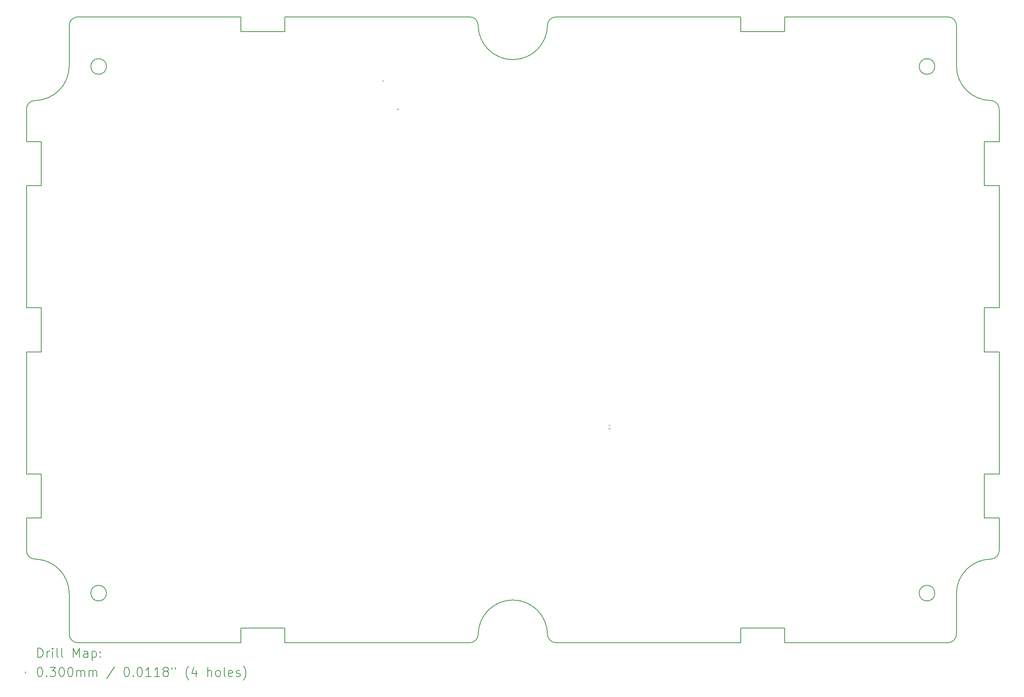
<source format=gbr>
%TF.GenerationSoftware,KiCad,Pcbnew,8.0.2*%
%TF.CreationDate,2024-05-08T16:37:34-06:00*%
%TF.ProjectId,GR-LRR-CONTROL,47522d4c-5252-42d4-934f-4e54524f4c2e,rev?*%
%TF.SameCoordinates,Original*%
%TF.FileFunction,Drillmap*%
%TF.FilePolarity,Positive*%
%FSLAX45Y45*%
G04 Gerber Fmt 4.5, Leading zero omitted, Abs format (unit mm)*
G04 Created by KiCad (PCBNEW 8.0.2) date 2024-05-08 16:37:34*
%MOMM*%
%LPD*%
G01*
G04 APERTURE LIST*
%ADD10C,0.200000*%
%ADD11C,0.100000*%
G04 APERTURE END LIST*
D10*
X25475719Y-19384532D02*
G75*
G02*
X25286967Y-19573279I-188749J2D01*
G01*
X6802117Y-6902972D02*
G75*
G02*
X6459217Y-6902972I-171450J0D01*
G01*
X6459217Y-6902972D02*
G75*
G02*
X6802117Y-6902972I171450J0D01*
G01*
X26415519Y-9525004D02*
X26091194Y-9525004D01*
X5044916Y-13175634D02*
X5044916Y-15860801D01*
X26091194Y-13175634D02*
X26091194Y-12210171D01*
X5044916Y-7840182D02*
G75*
G02*
X5231649Y-7651437I188754J3D01*
G01*
X5044916Y-15860801D02*
X5369241Y-15860801D01*
X20740236Y-5812521D02*
X16680123Y-5812521D01*
X9754736Y-19248959D02*
X10720199Y-19248959D01*
X5984716Y-6001272D02*
X5984716Y-6890272D01*
X5369241Y-16826264D02*
X5044916Y-16826264D01*
X6173468Y-19573284D02*
G75*
G02*
X5984716Y-19384532I2J188754D01*
G01*
X25001217Y-18482833D02*
G75*
G02*
X24658317Y-18482833I-171450J0D01*
G01*
X24658317Y-18482833D02*
G75*
G02*
X25001217Y-18482833I171450J0D01*
G01*
X6173468Y-19573284D02*
X9754736Y-19573284D01*
X20740236Y-6136846D02*
X20740236Y-5812521D01*
X5369241Y-9525004D02*
X5044916Y-9525004D01*
X5369241Y-12210171D02*
X5369241Y-13175634D01*
X26415519Y-17545627D02*
G75*
G02*
X26228786Y-17734368I-188759J7D01*
G01*
X10720199Y-19573284D02*
X14780312Y-19573284D01*
X5044916Y-16826264D02*
X5044916Y-17545627D01*
X10720199Y-19248959D02*
X10720199Y-19573284D01*
X26415519Y-15860801D02*
X26415519Y-13175634D01*
X5044916Y-9525004D02*
X5044916Y-12210171D01*
X26415519Y-8559541D02*
X26415519Y-7840178D01*
X26091194Y-12210171D02*
X26415519Y-12210171D01*
X5369241Y-13175634D02*
X5044916Y-13175634D01*
X10720199Y-5812521D02*
X10720199Y-6136846D01*
X26091194Y-15860801D02*
X26415519Y-15860801D01*
X26415519Y-13175634D02*
X26091194Y-13175634D01*
X25475719Y-18495533D02*
G75*
G02*
X26228786Y-17734363I761211J3D01*
G01*
X5984716Y-6001272D02*
G75*
G02*
X6173467Y-5812516I188754J3D01*
G01*
X5984716Y-6890272D02*
G75*
G02*
X5231649Y-7651437I-761208J-1D01*
G01*
X26415519Y-16826264D02*
X26091194Y-16826264D01*
X9754736Y-19573284D02*
X9754736Y-19248959D01*
X9754736Y-5812521D02*
X6173467Y-5812521D01*
X25286967Y-5812521D02*
G75*
G02*
X25475719Y-6001272I3J-188749D01*
G01*
X16491382Y-5999254D02*
G75*
G02*
X16680123Y-5812521I188748J-2026D01*
G01*
X25001217Y-6902972D02*
G75*
G02*
X24658317Y-6902972I-171450J0D01*
G01*
X24658317Y-6902972D02*
G75*
G02*
X25001217Y-6902972I171450J0D01*
G01*
X26228786Y-7651437D02*
G75*
G02*
X26415513Y-7840178I-2026J-188743D01*
G01*
X25475719Y-19384532D02*
X25475719Y-18495533D01*
X16680123Y-19573284D02*
G75*
G02*
X16491387Y-19386551I7J188754D01*
G01*
X26091194Y-8559541D02*
X26415519Y-8559541D01*
X21705699Y-6136846D02*
X20740236Y-6136846D01*
X9754736Y-6136846D02*
X9754736Y-5812521D01*
X14780307Y-5812521D02*
G75*
G02*
X14969048Y-5999254I-8J-188759D01*
G01*
X21705699Y-5812521D02*
X21705699Y-6136846D01*
X25286967Y-5812521D02*
X21705699Y-5812521D01*
X25475719Y-6890272D02*
X25475719Y-6001272D01*
X5231649Y-17734368D02*
G75*
G02*
X5044922Y-17545627I2021J188738D01*
G01*
X10720199Y-6136846D02*
X9754736Y-6136846D01*
X5044916Y-7840182D02*
X5044916Y-8559541D01*
X5984716Y-18495533D02*
X5984716Y-19384532D01*
X5044916Y-12210171D02*
X5369241Y-12210171D01*
X26415519Y-17545627D02*
X26415519Y-16826264D01*
X26228786Y-7651437D02*
G75*
G02*
X25475719Y-6890272I8144J761167D01*
G01*
X16491382Y-5999254D02*
G75*
G02*
X14969053Y-5999254I-761165J8141D01*
G01*
X14969053Y-19386551D02*
G75*
G02*
X16491382Y-19386551I761165J-8141D01*
G01*
X26091194Y-16826264D02*
X26091194Y-15860801D01*
X16680123Y-19573284D02*
X20740236Y-19573284D01*
X21705699Y-19573284D02*
X25286967Y-19573284D01*
X5369241Y-15860801D02*
X5369241Y-16826264D01*
X14969053Y-19386551D02*
G75*
G02*
X14780312Y-19573293I-188743J2011D01*
G01*
X5044916Y-8559541D02*
X5369241Y-8559541D01*
X5231649Y-17734368D02*
G75*
G02*
X5984716Y-18495533I-8139J-761162D01*
G01*
X5369241Y-8559541D02*
X5369241Y-9525004D01*
X20740236Y-19248959D02*
X21705699Y-19248959D01*
X14780307Y-5812521D02*
X10720199Y-5812521D01*
X20740236Y-19573284D02*
X20740236Y-19248959D01*
X26091194Y-9525004D02*
X26091194Y-8559541D01*
X26415519Y-12210171D02*
X26415519Y-9525004D01*
X21705699Y-19248959D02*
X21705699Y-19573284D01*
X6802117Y-18482833D02*
G75*
G02*
X6459217Y-18482833I-171450J0D01*
G01*
X6459217Y-18482833D02*
G75*
G02*
X6802117Y-18482833I171450J0D01*
G01*
D11*
X12865000Y-7205000D02*
X12895000Y-7235000D01*
X12895000Y-7205000D02*
X12865000Y-7235000D01*
X13185000Y-7825000D02*
X13215000Y-7855000D01*
X13215000Y-7825000D02*
X13185000Y-7855000D01*
X17835000Y-14772000D02*
X17865000Y-14802000D01*
X17865000Y-14772000D02*
X17835000Y-14802000D01*
X17835000Y-14845000D02*
X17865000Y-14875000D01*
X17865000Y-14845000D02*
X17835000Y-14875000D01*
D10*
X5295693Y-19894768D02*
X5295693Y-19694768D01*
X5295693Y-19694768D02*
X5343312Y-19694768D01*
X5343312Y-19694768D02*
X5371883Y-19704292D01*
X5371883Y-19704292D02*
X5390931Y-19723339D01*
X5390931Y-19723339D02*
X5400455Y-19742387D01*
X5400455Y-19742387D02*
X5409978Y-19780482D01*
X5409978Y-19780482D02*
X5409978Y-19809054D01*
X5409978Y-19809054D02*
X5400455Y-19847149D01*
X5400455Y-19847149D02*
X5390931Y-19866196D01*
X5390931Y-19866196D02*
X5371883Y-19885244D01*
X5371883Y-19885244D02*
X5343312Y-19894768D01*
X5343312Y-19894768D02*
X5295693Y-19894768D01*
X5495693Y-19894768D02*
X5495693Y-19761435D01*
X5495693Y-19799530D02*
X5505217Y-19780482D01*
X5505217Y-19780482D02*
X5514740Y-19770958D01*
X5514740Y-19770958D02*
X5533788Y-19761435D01*
X5533788Y-19761435D02*
X5552836Y-19761435D01*
X5619502Y-19894768D02*
X5619502Y-19761435D01*
X5619502Y-19694768D02*
X5609978Y-19704292D01*
X5609978Y-19704292D02*
X5619502Y-19713816D01*
X5619502Y-19713816D02*
X5629026Y-19704292D01*
X5629026Y-19704292D02*
X5619502Y-19694768D01*
X5619502Y-19694768D02*
X5619502Y-19713816D01*
X5743312Y-19894768D02*
X5724264Y-19885244D01*
X5724264Y-19885244D02*
X5714740Y-19866196D01*
X5714740Y-19866196D02*
X5714740Y-19694768D01*
X5848074Y-19894768D02*
X5829026Y-19885244D01*
X5829026Y-19885244D02*
X5819502Y-19866196D01*
X5819502Y-19866196D02*
X5819502Y-19694768D01*
X6076645Y-19894768D02*
X6076645Y-19694768D01*
X6076645Y-19694768D02*
X6143312Y-19837625D01*
X6143312Y-19837625D02*
X6209978Y-19694768D01*
X6209978Y-19694768D02*
X6209978Y-19894768D01*
X6390931Y-19894768D02*
X6390931Y-19790006D01*
X6390931Y-19790006D02*
X6381407Y-19770958D01*
X6381407Y-19770958D02*
X6362359Y-19761435D01*
X6362359Y-19761435D02*
X6324264Y-19761435D01*
X6324264Y-19761435D02*
X6305216Y-19770958D01*
X6390931Y-19885244D02*
X6371883Y-19894768D01*
X6371883Y-19894768D02*
X6324264Y-19894768D01*
X6324264Y-19894768D02*
X6305216Y-19885244D01*
X6305216Y-19885244D02*
X6295693Y-19866196D01*
X6295693Y-19866196D02*
X6295693Y-19847149D01*
X6295693Y-19847149D02*
X6305216Y-19828101D01*
X6305216Y-19828101D02*
X6324264Y-19818577D01*
X6324264Y-19818577D02*
X6371883Y-19818577D01*
X6371883Y-19818577D02*
X6390931Y-19809054D01*
X6486169Y-19761435D02*
X6486169Y-19961435D01*
X6486169Y-19770958D02*
X6505216Y-19761435D01*
X6505216Y-19761435D02*
X6543312Y-19761435D01*
X6543312Y-19761435D02*
X6562359Y-19770958D01*
X6562359Y-19770958D02*
X6571883Y-19780482D01*
X6571883Y-19780482D02*
X6581407Y-19799530D01*
X6581407Y-19799530D02*
X6581407Y-19856673D01*
X6581407Y-19856673D02*
X6571883Y-19875720D01*
X6571883Y-19875720D02*
X6562359Y-19885244D01*
X6562359Y-19885244D02*
X6543312Y-19894768D01*
X6543312Y-19894768D02*
X6505216Y-19894768D01*
X6505216Y-19894768D02*
X6486169Y-19885244D01*
X6667121Y-19875720D02*
X6676645Y-19885244D01*
X6676645Y-19885244D02*
X6667121Y-19894768D01*
X6667121Y-19894768D02*
X6657597Y-19885244D01*
X6657597Y-19885244D02*
X6667121Y-19875720D01*
X6667121Y-19875720D02*
X6667121Y-19894768D01*
X6667121Y-19770958D02*
X6676645Y-19780482D01*
X6676645Y-19780482D02*
X6667121Y-19790006D01*
X6667121Y-19790006D02*
X6657597Y-19780482D01*
X6657597Y-19780482D02*
X6667121Y-19770958D01*
X6667121Y-19770958D02*
X6667121Y-19790006D01*
D11*
X5004916Y-20208284D02*
X5034916Y-20238284D01*
X5034916Y-20208284D02*
X5004916Y-20238284D01*
D10*
X5333788Y-20114768D02*
X5352836Y-20114768D01*
X5352836Y-20114768D02*
X5371883Y-20124292D01*
X5371883Y-20124292D02*
X5381407Y-20133816D01*
X5381407Y-20133816D02*
X5390931Y-20152863D01*
X5390931Y-20152863D02*
X5400455Y-20190958D01*
X5400455Y-20190958D02*
X5400455Y-20238577D01*
X5400455Y-20238577D02*
X5390931Y-20276673D01*
X5390931Y-20276673D02*
X5381407Y-20295720D01*
X5381407Y-20295720D02*
X5371883Y-20305244D01*
X5371883Y-20305244D02*
X5352836Y-20314768D01*
X5352836Y-20314768D02*
X5333788Y-20314768D01*
X5333788Y-20314768D02*
X5314740Y-20305244D01*
X5314740Y-20305244D02*
X5305217Y-20295720D01*
X5305217Y-20295720D02*
X5295693Y-20276673D01*
X5295693Y-20276673D02*
X5286169Y-20238577D01*
X5286169Y-20238577D02*
X5286169Y-20190958D01*
X5286169Y-20190958D02*
X5295693Y-20152863D01*
X5295693Y-20152863D02*
X5305217Y-20133816D01*
X5305217Y-20133816D02*
X5314740Y-20124292D01*
X5314740Y-20124292D02*
X5333788Y-20114768D01*
X5486169Y-20295720D02*
X5495693Y-20305244D01*
X5495693Y-20305244D02*
X5486169Y-20314768D01*
X5486169Y-20314768D02*
X5476645Y-20305244D01*
X5476645Y-20305244D02*
X5486169Y-20295720D01*
X5486169Y-20295720D02*
X5486169Y-20314768D01*
X5562359Y-20114768D02*
X5686169Y-20114768D01*
X5686169Y-20114768D02*
X5619502Y-20190958D01*
X5619502Y-20190958D02*
X5648074Y-20190958D01*
X5648074Y-20190958D02*
X5667121Y-20200482D01*
X5667121Y-20200482D02*
X5676645Y-20210006D01*
X5676645Y-20210006D02*
X5686169Y-20229054D01*
X5686169Y-20229054D02*
X5686169Y-20276673D01*
X5686169Y-20276673D02*
X5676645Y-20295720D01*
X5676645Y-20295720D02*
X5667121Y-20305244D01*
X5667121Y-20305244D02*
X5648074Y-20314768D01*
X5648074Y-20314768D02*
X5590931Y-20314768D01*
X5590931Y-20314768D02*
X5571883Y-20305244D01*
X5571883Y-20305244D02*
X5562359Y-20295720D01*
X5809978Y-20114768D02*
X5829026Y-20114768D01*
X5829026Y-20114768D02*
X5848074Y-20124292D01*
X5848074Y-20124292D02*
X5857597Y-20133816D01*
X5857597Y-20133816D02*
X5867121Y-20152863D01*
X5867121Y-20152863D02*
X5876645Y-20190958D01*
X5876645Y-20190958D02*
X5876645Y-20238577D01*
X5876645Y-20238577D02*
X5867121Y-20276673D01*
X5867121Y-20276673D02*
X5857597Y-20295720D01*
X5857597Y-20295720D02*
X5848074Y-20305244D01*
X5848074Y-20305244D02*
X5829026Y-20314768D01*
X5829026Y-20314768D02*
X5809978Y-20314768D01*
X5809978Y-20314768D02*
X5790931Y-20305244D01*
X5790931Y-20305244D02*
X5781407Y-20295720D01*
X5781407Y-20295720D02*
X5771883Y-20276673D01*
X5771883Y-20276673D02*
X5762359Y-20238577D01*
X5762359Y-20238577D02*
X5762359Y-20190958D01*
X5762359Y-20190958D02*
X5771883Y-20152863D01*
X5771883Y-20152863D02*
X5781407Y-20133816D01*
X5781407Y-20133816D02*
X5790931Y-20124292D01*
X5790931Y-20124292D02*
X5809978Y-20114768D01*
X6000455Y-20114768D02*
X6019502Y-20114768D01*
X6019502Y-20114768D02*
X6038550Y-20124292D01*
X6038550Y-20124292D02*
X6048074Y-20133816D01*
X6048074Y-20133816D02*
X6057597Y-20152863D01*
X6057597Y-20152863D02*
X6067121Y-20190958D01*
X6067121Y-20190958D02*
X6067121Y-20238577D01*
X6067121Y-20238577D02*
X6057597Y-20276673D01*
X6057597Y-20276673D02*
X6048074Y-20295720D01*
X6048074Y-20295720D02*
X6038550Y-20305244D01*
X6038550Y-20305244D02*
X6019502Y-20314768D01*
X6019502Y-20314768D02*
X6000455Y-20314768D01*
X6000455Y-20314768D02*
X5981407Y-20305244D01*
X5981407Y-20305244D02*
X5971883Y-20295720D01*
X5971883Y-20295720D02*
X5962359Y-20276673D01*
X5962359Y-20276673D02*
X5952836Y-20238577D01*
X5952836Y-20238577D02*
X5952836Y-20190958D01*
X5952836Y-20190958D02*
X5962359Y-20152863D01*
X5962359Y-20152863D02*
X5971883Y-20133816D01*
X5971883Y-20133816D02*
X5981407Y-20124292D01*
X5981407Y-20124292D02*
X6000455Y-20114768D01*
X6152836Y-20314768D02*
X6152836Y-20181435D01*
X6152836Y-20200482D02*
X6162359Y-20190958D01*
X6162359Y-20190958D02*
X6181407Y-20181435D01*
X6181407Y-20181435D02*
X6209978Y-20181435D01*
X6209978Y-20181435D02*
X6229026Y-20190958D01*
X6229026Y-20190958D02*
X6238550Y-20210006D01*
X6238550Y-20210006D02*
X6238550Y-20314768D01*
X6238550Y-20210006D02*
X6248074Y-20190958D01*
X6248074Y-20190958D02*
X6267121Y-20181435D01*
X6267121Y-20181435D02*
X6295693Y-20181435D01*
X6295693Y-20181435D02*
X6314740Y-20190958D01*
X6314740Y-20190958D02*
X6324264Y-20210006D01*
X6324264Y-20210006D02*
X6324264Y-20314768D01*
X6419502Y-20314768D02*
X6419502Y-20181435D01*
X6419502Y-20200482D02*
X6429026Y-20190958D01*
X6429026Y-20190958D02*
X6448074Y-20181435D01*
X6448074Y-20181435D02*
X6476645Y-20181435D01*
X6476645Y-20181435D02*
X6495693Y-20190958D01*
X6495693Y-20190958D02*
X6505217Y-20210006D01*
X6505217Y-20210006D02*
X6505217Y-20314768D01*
X6505217Y-20210006D02*
X6514740Y-20190958D01*
X6514740Y-20190958D02*
X6533788Y-20181435D01*
X6533788Y-20181435D02*
X6562359Y-20181435D01*
X6562359Y-20181435D02*
X6581407Y-20190958D01*
X6581407Y-20190958D02*
X6590931Y-20210006D01*
X6590931Y-20210006D02*
X6590931Y-20314768D01*
X6981407Y-20105244D02*
X6809979Y-20362387D01*
X7238550Y-20114768D02*
X7257598Y-20114768D01*
X7257598Y-20114768D02*
X7276645Y-20124292D01*
X7276645Y-20124292D02*
X7286169Y-20133816D01*
X7286169Y-20133816D02*
X7295693Y-20152863D01*
X7295693Y-20152863D02*
X7305217Y-20190958D01*
X7305217Y-20190958D02*
X7305217Y-20238577D01*
X7305217Y-20238577D02*
X7295693Y-20276673D01*
X7295693Y-20276673D02*
X7286169Y-20295720D01*
X7286169Y-20295720D02*
X7276645Y-20305244D01*
X7276645Y-20305244D02*
X7257598Y-20314768D01*
X7257598Y-20314768D02*
X7238550Y-20314768D01*
X7238550Y-20314768D02*
X7219502Y-20305244D01*
X7219502Y-20305244D02*
X7209979Y-20295720D01*
X7209979Y-20295720D02*
X7200455Y-20276673D01*
X7200455Y-20276673D02*
X7190931Y-20238577D01*
X7190931Y-20238577D02*
X7190931Y-20190958D01*
X7190931Y-20190958D02*
X7200455Y-20152863D01*
X7200455Y-20152863D02*
X7209979Y-20133816D01*
X7209979Y-20133816D02*
X7219502Y-20124292D01*
X7219502Y-20124292D02*
X7238550Y-20114768D01*
X7390931Y-20295720D02*
X7400455Y-20305244D01*
X7400455Y-20305244D02*
X7390931Y-20314768D01*
X7390931Y-20314768D02*
X7381407Y-20305244D01*
X7381407Y-20305244D02*
X7390931Y-20295720D01*
X7390931Y-20295720D02*
X7390931Y-20314768D01*
X7524264Y-20114768D02*
X7543312Y-20114768D01*
X7543312Y-20114768D02*
X7562360Y-20124292D01*
X7562360Y-20124292D02*
X7571883Y-20133816D01*
X7571883Y-20133816D02*
X7581407Y-20152863D01*
X7581407Y-20152863D02*
X7590931Y-20190958D01*
X7590931Y-20190958D02*
X7590931Y-20238577D01*
X7590931Y-20238577D02*
X7581407Y-20276673D01*
X7581407Y-20276673D02*
X7571883Y-20295720D01*
X7571883Y-20295720D02*
X7562360Y-20305244D01*
X7562360Y-20305244D02*
X7543312Y-20314768D01*
X7543312Y-20314768D02*
X7524264Y-20314768D01*
X7524264Y-20314768D02*
X7505217Y-20305244D01*
X7505217Y-20305244D02*
X7495693Y-20295720D01*
X7495693Y-20295720D02*
X7486169Y-20276673D01*
X7486169Y-20276673D02*
X7476645Y-20238577D01*
X7476645Y-20238577D02*
X7476645Y-20190958D01*
X7476645Y-20190958D02*
X7486169Y-20152863D01*
X7486169Y-20152863D02*
X7495693Y-20133816D01*
X7495693Y-20133816D02*
X7505217Y-20124292D01*
X7505217Y-20124292D02*
X7524264Y-20114768D01*
X7781407Y-20314768D02*
X7667121Y-20314768D01*
X7724264Y-20314768D02*
X7724264Y-20114768D01*
X7724264Y-20114768D02*
X7705217Y-20143339D01*
X7705217Y-20143339D02*
X7686169Y-20162387D01*
X7686169Y-20162387D02*
X7667121Y-20171911D01*
X7971883Y-20314768D02*
X7857598Y-20314768D01*
X7914740Y-20314768D02*
X7914740Y-20114768D01*
X7914740Y-20114768D02*
X7895693Y-20143339D01*
X7895693Y-20143339D02*
X7876645Y-20162387D01*
X7876645Y-20162387D02*
X7857598Y-20171911D01*
X8086169Y-20200482D02*
X8067121Y-20190958D01*
X8067121Y-20190958D02*
X8057598Y-20181435D01*
X8057598Y-20181435D02*
X8048074Y-20162387D01*
X8048074Y-20162387D02*
X8048074Y-20152863D01*
X8048074Y-20152863D02*
X8057598Y-20133816D01*
X8057598Y-20133816D02*
X8067121Y-20124292D01*
X8067121Y-20124292D02*
X8086169Y-20114768D01*
X8086169Y-20114768D02*
X8124264Y-20114768D01*
X8124264Y-20114768D02*
X8143312Y-20124292D01*
X8143312Y-20124292D02*
X8152836Y-20133816D01*
X8152836Y-20133816D02*
X8162360Y-20152863D01*
X8162360Y-20152863D02*
X8162360Y-20162387D01*
X8162360Y-20162387D02*
X8152836Y-20181435D01*
X8152836Y-20181435D02*
X8143312Y-20190958D01*
X8143312Y-20190958D02*
X8124264Y-20200482D01*
X8124264Y-20200482D02*
X8086169Y-20200482D01*
X8086169Y-20200482D02*
X8067121Y-20210006D01*
X8067121Y-20210006D02*
X8057598Y-20219530D01*
X8057598Y-20219530D02*
X8048074Y-20238577D01*
X8048074Y-20238577D02*
X8048074Y-20276673D01*
X8048074Y-20276673D02*
X8057598Y-20295720D01*
X8057598Y-20295720D02*
X8067121Y-20305244D01*
X8067121Y-20305244D02*
X8086169Y-20314768D01*
X8086169Y-20314768D02*
X8124264Y-20314768D01*
X8124264Y-20314768D02*
X8143312Y-20305244D01*
X8143312Y-20305244D02*
X8152836Y-20295720D01*
X8152836Y-20295720D02*
X8162360Y-20276673D01*
X8162360Y-20276673D02*
X8162360Y-20238577D01*
X8162360Y-20238577D02*
X8152836Y-20219530D01*
X8152836Y-20219530D02*
X8143312Y-20210006D01*
X8143312Y-20210006D02*
X8124264Y-20200482D01*
X8238550Y-20114768D02*
X8238550Y-20152863D01*
X8314741Y-20114768D02*
X8314741Y-20152863D01*
X8609979Y-20390958D02*
X8600455Y-20381435D01*
X8600455Y-20381435D02*
X8581407Y-20352863D01*
X8581407Y-20352863D02*
X8571884Y-20333816D01*
X8571884Y-20333816D02*
X8562360Y-20305244D01*
X8562360Y-20305244D02*
X8552836Y-20257625D01*
X8552836Y-20257625D02*
X8552836Y-20219530D01*
X8552836Y-20219530D02*
X8562360Y-20171911D01*
X8562360Y-20171911D02*
X8571884Y-20143339D01*
X8571884Y-20143339D02*
X8581407Y-20124292D01*
X8581407Y-20124292D02*
X8600455Y-20095720D01*
X8600455Y-20095720D02*
X8609979Y-20086196D01*
X8771884Y-20181435D02*
X8771884Y-20314768D01*
X8724264Y-20105244D02*
X8676645Y-20248101D01*
X8676645Y-20248101D02*
X8800455Y-20248101D01*
X9029026Y-20314768D02*
X9029026Y-20114768D01*
X9114741Y-20314768D02*
X9114741Y-20210006D01*
X9114741Y-20210006D02*
X9105217Y-20190958D01*
X9105217Y-20190958D02*
X9086169Y-20181435D01*
X9086169Y-20181435D02*
X9057598Y-20181435D01*
X9057598Y-20181435D02*
X9038550Y-20190958D01*
X9038550Y-20190958D02*
X9029026Y-20200482D01*
X9238550Y-20314768D02*
X9219503Y-20305244D01*
X9219503Y-20305244D02*
X9209979Y-20295720D01*
X9209979Y-20295720D02*
X9200455Y-20276673D01*
X9200455Y-20276673D02*
X9200455Y-20219530D01*
X9200455Y-20219530D02*
X9209979Y-20200482D01*
X9209979Y-20200482D02*
X9219503Y-20190958D01*
X9219503Y-20190958D02*
X9238550Y-20181435D01*
X9238550Y-20181435D02*
X9267122Y-20181435D01*
X9267122Y-20181435D02*
X9286169Y-20190958D01*
X9286169Y-20190958D02*
X9295693Y-20200482D01*
X9295693Y-20200482D02*
X9305217Y-20219530D01*
X9305217Y-20219530D02*
X9305217Y-20276673D01*
X9305217Y-20276673D02*
X9295693Y-20295720D01*
X9295693Y-20295720D02*
X9286169Y-20305244D01*
X9286169Y-20305244D02*
X9267122Y-20314768D01*
X9267122Y-20314768D02*
X9238550Y-20314768D01*
X9419503Y-20314768D02*
X9400455Y-20305244D01*
X9400455Y-20305244D02*
X9390931Y-20286196D01*
X9390931Y-20286196D02*
X9390931Y-20114768D01*
X9571884Y-20305244D02*
X9552836Y-20314768D01*
X9552836Y-20314768D02*
X9514741Y-20314768D01*
X9514741Y-20314768D02*
X9495693Y-20305244D01*
X9495693Y-20305244D02*
X9486169Y-20286196D01*
X9486169Y-20286196D02*
X9486169Y-20210006D01*
X9486169Y-20210006D02*
X9495693Y-20190958D01*
X9495693Y-20190958D02*
X9514741Y-20181435D01*
X9514741Y-20181435D02*
X9552836Y-20181435D01*
X9552836Y-20181435D02*
X9571884Y-20190958D01*
X9571884Y-20190958D02*
X9581407Y-20210006D01*
X9581407Y-20210006D02*
X9581407Y-20229054D01*
X9581407Y-20229054D02*
X9486169Y-20248101D01*
X9657598Y-20305244D02*
X9676646Y-20314768D01*
X9676646Y-20314768D02*
X9714741Y-20314768D01*
X9714741Y-20314768D02*
X9733788Y-20305244D01*
X9733788Y-20305244D02*
X9743312Y-20286196D01*
X9743312Y-20286196D02*
X9743312Y-20276673D01*
X9743312Y-20276673D02*
X9733788Y-20257625D01*
X9733788Y-20257625D02*
X9714741Y-20248101D01*
X9714741Y-20248101D02*
X9686169Y-20248101D01*
X9686169Y-20248101D02*
X9667122Y-20238577D01*
X9667122Y-20238577D02*
X9657598Y-20219530D01*
X9657598Y-20219530D02*
X9657598Y-20210006D01*
X9657598Y-20210006D02*
X9667122Y-20190958D01*
X9667122Y-20190958D02*
X9686169Y-20181435D01*
X9686169Y-20181435D02*
X9714741Y-20181435D01*
X9714741Y-20181435D02*
X9733788Y-20190958D01*
X9809979Y-20390958D02*
X9819503Y-20381435D01*
X9819503Y-20381435D02*
X9838550Y-20352863D01*
X9838550Y-20352863D02*
X9848074Y-20333816D01*
X9848074Y-20333816D02*
X9857598Y-20305244D01*
X9857598Y-20305244D02*
X9867122Y-20257625D01*
X9867122Y-20257625D02*
X9867122Y-20219530D01*
X9867122Y-20219530D02*
X9857598Y-20171911D01*
X9857598Y-20171911D02*
X9848074Y-20143339D01*
X9848074Y-20143339D02*
X9838550Y-20124292D01*
X9838550Y-20124292D02*
X9819503Y-20095720D01*
X9819503Y-20095720D02*
X9809979Y-20086196D01*
M02*

</source>
